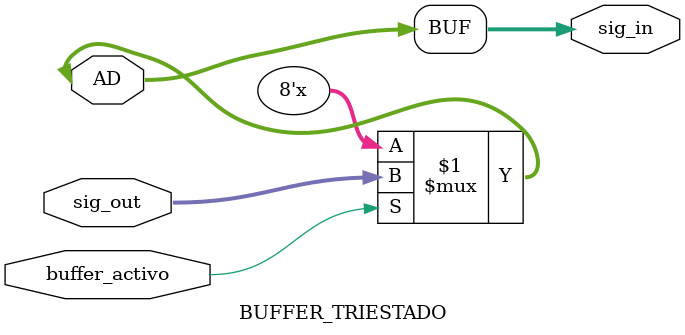
<source format=v>
`timescale 1ns / 1ps
module BUFFER_TRIESTADO(
	inout wire [7:0] AD,
	
	input wire [7:0] sig_out,
	
	output wire [7:0] sig_in,
	
	input wire buffer_activo
   );

	assign AD = (buffer_activo) ? sig_out : 8'hzz;
	assign sig_in = AD;
	
endmodule


</source>
